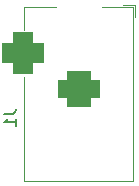
<source format=gbo>
%TF.GenerationSoftware,KiCad,Pcbnew,(6.0.9)*%
%TF.CreationDate,2023-01-16T23:19:06+01:00*%
%TF.ProjectId,FM_radio_atmega_8,464d5f72-6164-4696-9f5f-61746d656761,rev?*%
%TF.SameCoordinates,Original*%
%TF.FileFunction,Legend,Bot*%
%TF.FilePolarity,Positive*%
%FSLAX46Y46*%
G04 Gerber Fmt 4.6, Leading zero omitted, Abs format (unit mm)*
G04 Created by KiCad (PCBNEW (6.0.9)) date 2023-01-16 23:19:06*
%MOMM*%
%LPD*%
G01*
G04 APERTURE LIST*
G04 Aperture macros list*
%AMRoundRect*
0 Rectangle with rounded corners*
0 $1 Rounding radius*
0 $2 $3 $4 $5 $6 $7 $8 $9 X,Y pos of 4 corners*
0 Add a 4 corners polygon primitive as box body*
4,1,4,$2,$3,$4,$5,$6,$7,$8,$9,$2,$3,0*
0 Add four circle primitives for the rounded corners*
1,1,$1+$1,$2,$3*
1,1,$1+$1,$4,$5*
1,1,$1+$1,$6,$7*
1,1,$1+$1,$8,$9*
0 Add four rect primitives between the rounded corners*
20,1,$1+$1,$2,$3,$4,$5,0*
20,1,$1+$1,$4,$5,$6,$7,0*
20,1,$1+$1,$6,$7,$8,$9,0*
20,1,$1+$1,$8,$9,$2,$3,0*%
G04 Aperture macros list end*
%ADD10C,0.150000*%
%ADD11C,0.120000*%
%ADD12C,1.400000*%
%ADD13O,1.400000X1.400000*%
%ADD14C,1.600000*%
%ADD15R,1.905000X2.000000*%
%ADD16O,1.905000X2.000000*%
%ADD17R,1.700000X1.700000*%
%ADD18O,1.700000X1.700000*%
%ADD19R,1.600000X1.600000*%
%ADD20C,1.524000*%
%ADD21O,1.600000X1.600000*%
%ADD22RoundRect,0.250000X1.125000X-1.125000X1.125000X1.125000X-1.125000X1.125000X-1.125000X-1.125000X0*%
%ADD23C,2.750000*%
%ADD24R,3.500000X3.500000*%
%ADD25RoundRect,0.750000X1.000000X-0.750000X1.000000X0.750000X-1.000000X0.750000X-1.000000X-0.750000X0*%
%ADD26RoundRect,0.875000X0.875000X-0.875000X0.875000X0.875000X-0.875000X0.875000X-0.875000X-0.875000X0*%
G04 APERTURE END LIST*
D10*
%TO.C,J1*%
X53392380Y-128766666D02*
X54106666Y-128766666D01*
X54249523Y-128719047D01*
X54344761Y-128623809D01*
X54392380Y-128480952D01*
X54392380Y-128385714D01*
X54392380Y-129766666D02*
X54392380Y-129195238D01*
X54392380Y-129480952D02*
X53392380Y-129480952D01*
X53535238Y-129385714D01*
X53630476Y-129290476D01*
X53678095Y-129195238D01*
D11*
X57790000Y-119750000D02*
X55090000Y-119750000D01*
X64290000Y-119750000D02*
X61690000Y-119750000D01*
X64490000Y-120600000D02*
X64490000Y-119550000D01*
X64290000Y-134450000D02*
X64290000Y-119750000D01*
X55090000Y-125650000D02*
X55090000Y-134450000D01*
X55090000Y-134450000D02*
X64290000Y-134450000D01*
X63440000Y-119550000D02*
X64490000Y-119550000D01*
X55090000Y-119750000D02*
X55090000Y-121650000D01*
%TD*%
%LPC*%
D12*
%TO.C,R5*%
X107950000Y-107950000D03*
D13*
X107950000Y-100330000D03*
%TD*%
D14*
%TO.C,C3*%
X76190000Y-106690000D03*
X78690000Y-106690000D03*
%TD*%
%TO.C,C4*%
X101600000Y-105410000D03*
X101600000Y-107910000D03*
%TD*%
D15*
%TO.C,U1*%
X68580000Y-113355000D03*
D16*
X66040000Y-113355000D03*
X63500000Y-113355000D03*
%TD*%
D12*
%TO.C,R3*%
X57150000Y-110490000D03*
D13*
X57150000Y-102870000D03*
%TD*%
D17*
%TO.C,J4*%
X63500000Y-87630000D03*
D18*
X63500000Y-85090000D03*
X66040000Y-87630000D03*
X66040000Y-85090000D03*
X68580000Y-87630000D03*
X68580000Y-85090000D03*
X71120000Y-87630000D03*
X71120000Y-85090000D03*
X73660000Y-87630000D03*
X73660000Y-85090000D03*
%TD*%
D12*
%TO.C,R2*%
X67310000Y-119380000D03*
D13*
X74930000Y-119380000D03*
%TD*%
D17*
%TO.C,J2*%
X124460000Y-91440000D03*
%TD*%
D12*
%TO.C,R1*%
X78740000Y-119380000D03*
D13*
X78740000Y-127000000D03*
%TD*%
D17*
%TO.C,J3*%
X83820000Y-87630000D03*
D18*
X83820000Y-85090000D03*
X86360000Y-87630000D03*
X86360000Y-85090000D03*
X88900000Y-87630000D03*
X88900000Y-85090000D03*
X91440000Y-87630000D03*
X91440000Y-85090000D03*
X93980000Y-87630000D03*
X93980000Y-85090000D03*
%TD*%
D19*
%TO.C,C2*%
X74930000Y-114300000D03*
D14*
X76930000Y-114300000D03*
%TD*%
D12*
%TO.C,R4*%
X105410000Y-105410000D03*
D13*
X105410000Y-97790000D03*
%TD*%
D20*
%TO.C,U4*%
X91440000Y-114300000D03*
X91440000Y-116840000D03*
X91440000Y-119380000D03*
X91440000Y-121920000D03*
X91440000Y-124460000D03*
X113538000Y-118110000D03*
X113538000Y-120650000D03*
%TD*%
D19*
%TO.C,U2*%
X60883800Y-103962200D03*
D21*
X63423800Y-103962200D03*
X65963800Y-103962200D03*
X68503800Y-103962200D03*
X71043800Y-103962200D03*
X73583800Y-103962200D03*
X76123800Y-103962200D03*
X78663800Y-103962200D03*
X81203800Y-103962200D03*
X83743800Y-103962200D03*
X86283800Y-103962200D03*
X88823800Y-103962200D03*
X91363800Y-103962200D03*
X93903800Y-103962200D03*
X93903800Y-96342200D03*
X91363800Y-96342200D03*
X88823800Y-96342200D03*
X86283800Y-96342200D03*
X83743800Y-96342200D03*
X81203800Y-96342200D03*
X78663800Y-96342200D03*
X76123800Y-96342200D03*
X73583800Y-96342200D03*
X71043800Y-96342200D03*
X68503800Y-96342200D03*
X65963800Y-96342200D03*
X63423800Y-96342200D03*
X60883800Y-96342200D03*
%TD*%
D19*
%TO.C,C1*%
X68580000Y-124460000D03*
D14*
X68580000Y-126460000D03*
%TD*%
D22*
%TO.C,J5*%
X120650000Y-122080000D03*
D23*
X120650000Y-116680000D03*
%TD*%
D14*
%TO.C,C5*%
X86283800Y-123012200D03*
X86283800Y-125512200D03*
%TD*%
D24*
%TO.C,J1*%
X59690000Y-120650000D03*
D25*
X59690000Y-126650000D03*
D26*
X54990000Y-123650000D03*
%TD*%
M02*

</source>
